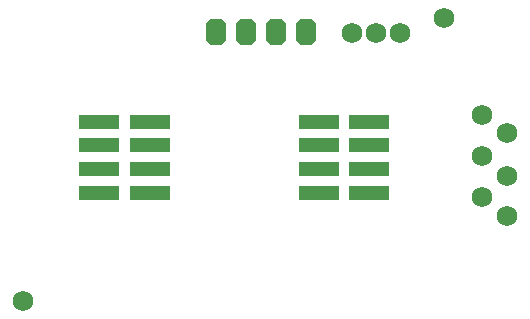
<source format=gbr>
%TF.GenerationSoftware,Altium Limited,Altium Designer,23.6.0 (18)*%
G04 Layer_Color=16711935*
%FSLAX45Y45*%
%MOMM*%
%TF.SameCoordinates,E8FE7F88-156A-4670-BA50-05D3EA163389*%
%TF.FilePolarity,Negative*%
%TF.FileFunction,Soldermask,Bot*%
%TF.Part,Single*%
G01*
G75*
%TA.AperFunction,ViaPad*%
%ADD23C,1.72720*%
%TA.AperFunction,ComponentPad*%
G04:AMPARAMS|DCode=24|XSize=2.2352mm|YSize=1.7272mm|CornerRadius=0mm|HoleSize=0mm|Usage=FLASHONLY|Rotation=90.000|XOffset=0mm|YOffset=0mm|HoleType=Round|Shape=Octagon|*
%AMOCTAGOND24*
4,1,8,0.43180,1.11760,-0.43180,1.11760,-0.86360,0.68580,-0.86360,-0.68580,-0.43180,-1.11760,0.43180,-1.11760,0.86360,-0.68580,0.86360,0.68580,0.43180,1.11760,0.0*
%
%ADD24OCTAGOND24*%

%TA.AperFunction,SMDPad,CuDef*%
%ADD25R,3.50320X1.22320*%
D23*
X3580000Y2120000D02*
D03*
X3380000D02*
D03*
X3780000D02*
D03*
X4690000Y570000D02*
D03*
X4480000Y730000D02*
D03*
Y1430000D02*
D03*
Y1080000D02*
D03*
X4690000Y910000D02*
D03*
Y1270000D02*
D03*
X590000Y-150000D02*
D03*
X4160000Y2250000D02*
D03*
D24*
X2228000Y2130000D02*
D03*
X2482000D02*
D03*
X2736000D02*
D03*
X2990000D02*
D03*
D25*
X3096500Y770000D02*
D03*
X3523500D02*
D03*
X3096500Y970000D02*
D03*
X3523500D02*
D03*
X3096500Y1170000D02*
D03*
X3523500D02*
D03*
X3096500Y1370000D02*
D03*
X3523500D02*
D03*
X1663500D02*
D03*
X1236500D02*
D03*
X1663500Y1170000D02*
D03*
X1236500D02*
D03*
X1663500Y970000D02*
D03*
X1236500D02*
D03*
X1663500Y770000D02*
D03*
X1236500D02*
D03*
%TF.MD5,c47968508fdfd65c97e6a3a68865d5d1*%
M02*

</source>
